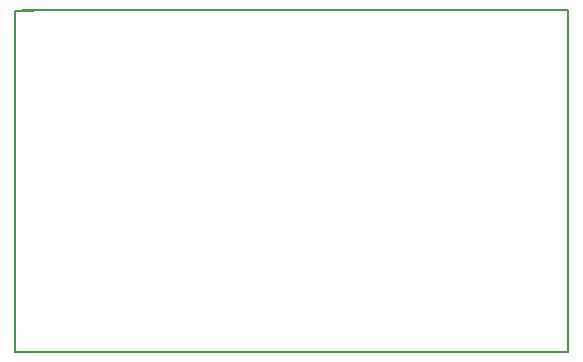
<source format=gbr>
G04 #@! TF.FileFunction,Profile,NP*
%FSLAX46Y46*%
G04 Gerber Fmt 4.6, Leading zero omitted, Abs format (unit mm)*
G04 Created by KiCad (PCBNEW 4.0.1+dfsg1-stable) date Wed 30 Mar 2016 05:17:46 PM PDT*
%MOMM*%
G01*
G04 APERTURE LIST*
%ADD10C,0.100000*%
%ADD11C,0.150000*%
G04 APERTURE END LIST*
D10*
D11*
X123634500Y-86169500D02*
X125158500Y-86169500D01*
X123634500Y-115062000D02*
X123634500Y-86169500D01*
X170497500Y-115062000D02*
X123634500Y-115062000D01*
X170497500Y-86042500D02*
X170497500Y-115062000D01*
X124206000Y-86042500D02*
X170497500Y-86042500D01*
M02*

</source>
